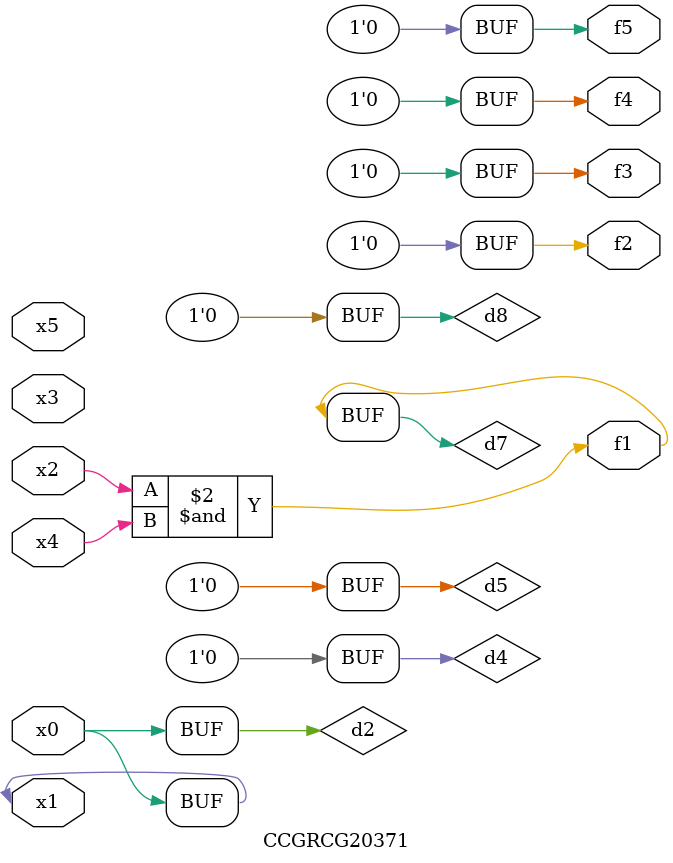
<source format=v>
module CCGRCG20371(
	input x0, x1, x2, x3, x4, x5,
	output f1, f2, f3, f4, f5
);

	wire d1, d2, d3, d4, d5, d6, d7, d8, d9;

	nand (d1, x1);
	buf (d2, x0, x1);
	nand (d3, x2, x4);
	and (d4, d1, d2);
	and (d5, d1, d2);
	nand (d6, d1, d3);
	not (d7, d3);
	xor (d8, d5);
	nor (d9, d5, d6);
	assign f1 = d7;
	assign f2 = d8;
	assign f3 = d8;
	assign f4 = d8;
	assign f5 = d8;
endmodule

</source>
